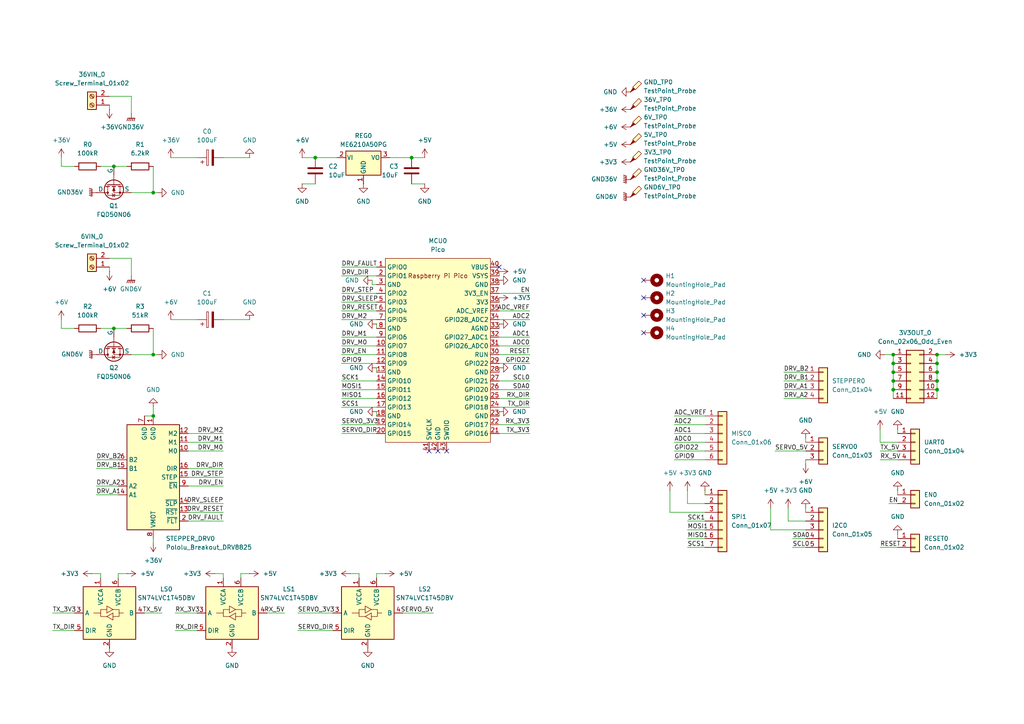
<source format=kicad_sch>
(kicad_sch (version 20231120) (generator "eeschema") (generator_version "8.0")
  (paper "A4")
  (junction (at 271.78 113.03))
  (junction (at 119.38 45.72))
  (junction (at 44.45 120.65))
  (junction (at 44.45 55.88))
  (junction (at 271.78 110.49))
  (junction (at 271.78 105.41))
  (junction (at 259.08 110.49))
  (junction (at 259.08 113.03))
  (junction (at 271.78 102.87))
  (junction (at 271.78 107.95))
  (junction (at 33.02 48.26))
  (junction (at 33.02 95.25))
  (junction (at 259.08 107.95))
  (junction (at 259.08 102.87))
  (junction (at 259.08 105.41))
  (junction (at 44.45 102.87))
  (junction (at 91.44 45.72))
  (no_connect (at 144.78 77.47))
  (no_connect (at 186.69 91.44))
  (no_connect (at 186.69 81.28))
  (no_connect (at 124.46 130.81))
  (no_connect (at 186.69 86.36))
  (no_connect (at 186.69 96.52))
  (no_connect (at 127 130.81))
  (no_connect (at 129.54 130.81))
  (wire (pts (xy 44.45 157.48) (xy 44.45 156.21)))
  (wire (pts (xy 255.27 133.35) (xy 260.35 133.35)))
  (wire (pts (xy 195.58 130.81) (xy 204.47 130.81)))
  (wire (pts (xy 144.78 97.79) (xy 153.67 97.79)))
  (wire (pts (xy 31.75 74.93) (xy 38.1 74.93)))
  (wire (pts (xy 227.33 107.95) (xy 233.68 107.95)))
  (wire (pts (xy 271.78 102.87) (xy 271.78 105.41)))
  (wire (pts (xy 31.75 78.74) (xy 31.75 77.47)))
  (wire (pts (xy 224.79 130.81) (xy 233.68 130.81)))
  (wire (pts (xy 41.91 177.8) (xy 46.99 177.8)))
  (wire (pts (xy 99.06 80.01) (xy 109.22 80.01)))
  (wire (pts (xy 62.23 166.37) (xy 64.77 166.37)))
  (wire (pts (xy 199.39 151.13) (xy 204.47 151.13)))
  (wire (pts (xy 41.91 120.65) (xy 44.45 120.65)))
  (wire (pts (xy 44.45 95.25) (xy 44.45 102.87)))
  (wire (pts (xy 109.22 119.38) (xy 109.22 120.65)))
  (wire (pts (xy 99.06 90.17) (xy 109.22 90.17)))
  (wire (pts (xy 199.39 158.75) (xy 204.47 158.75)))
  (wire (pts (xy 260.35 128.27) (xy 255.27 128.27)))
  (wire (pts (xy 45.72 55.88) (xy 44.45 55.88)))
  (wire (pts (xy 69.85 166.37) (xy 69.85 167.64)))
  (wire (pts (xy 99.06 100.33) (xy 109.22 100.33)))
  (wire (pts (xy 109.22 93.98) (xy 109.22 95.25)))
  (wire (pts (xy 54.61 135.89) (xy 64.77 135.89)))
  (wire (pts (xy 54.61 140.97) (xy 64.77 140.97)))
  (wire (pts (xy 64.77 166.37) (xy 64.77 167.64)))
  (wire (pts (xy 87.63 45.72) (xy 91.44 45.72)))
  (wire (pts (xy 72.39 45.72) (xy 64.77 45.72)))
  (wire (pts (xy 44.45 102.87) (xy 38.1 102.87)))
  (wire (pts (xy 27.94 135.89) (xy 34.29 135.89)))
  (wire (pts (xy 195.58 128.27) (xy 204.47 128.27)))
  (wire (pts (xy 31.75 31.75) (xy 31.75 30.48)))
  (wire (pts (xy 255.27 158.75) (xy 260.35 158.75)))
  (wire (pts (xy 27.94 133.35) (xy 34.29 133.35)))
  (wire (pts (xy 260.35 154.94) (xy 260.35 156.21)))
  (wire (pts (xy 77.47 177.8) (xy 82.55 177.8)))
  (wire (pts (xy 50.8 182.88) (xy 57.15 182.88)))
  (wire (pts (xy 27.94 143.51) (xy 34.29 143.51)))
  (wire (pts (xy 15.24 182.88) (xy 21.59 182.88)))
  (wire (pts (xy 99.06 85.09) (xy 109.22 85.09)))
  (wire (pts (xy 64.77 92.71) (xy 72.39 92.71)))
  (wire (pts (xy 29.21 48.26) (xy 33.02 48.26)))
  (wire (pts (xy 233.68 133.35) (xy 233.68 134.62)))
  (wire (pts (xy 257.81 146.05) (xy 260.35 146.05)))
  (wire (pts (xy 223.52 147.32) (xy 223.52 153.67)))
  (wire (pts (xy 101.6 166.37) (xy 104.14 166.37)))
  (wire (pts (xy 57.15 45.72) (xy 49.53 45.72)))
  (wire (pts (xy 99.06 97.79) (xy 109.22 97.79)))
  (wire (pts (xy 91.44 45.72) (xy 97.79 45.72)))
  (wire (pts (xy 227.33 115.57) (xy 233.68 115.57)))
  (wire (pts (xy 54.61 148.59) (xy 64.77 148.59)))
  (wire (pts (xy 54.61 125.73) (xy 64.77 125.73)))
  (wire (pts (xy 31.75 27.94) (xy 38.1 27.94)))
  (wire (pts (xy 259.08 110.49) (xy 259.08 113.03)))
  (wire (pts (xy 194.31 148.59) (xy 204.47 148.59)))
  (wire (pts (xy 259.08 102.87) (xy 259.08 105.41)))
  (wire (pts (xy 271.78 105.41) (xy 271.78 107.95)))
  (wire (pts (xy 99.06 92.71) (xy 109.22 92.71)))
  (wire (pts (xy 260.35 142.24) (xy 260.35 143.51)))
  (wire (pts (xy 228.6 151.13) (xy 233.68 151.13)))
  (wire (pts (xy 104.14 166.37) (xy 104.14 167.64)))
  (wire (pts (xy 109.22 106.68) (xy 109.22 107.95)))
  (wire (pts (xy 54.61 128.27) (xy 64.77 128.27)))
  (wire (pts (xy 229.87 156.21) (xy 233.68 156.21)))
  (wire (pts (xy 271.78 107.95) (xy 271.78 110.49)))
  (wire (pts (xy 271.78 113.03) (xy 271.78 115.57)))
  (wire (pts (xy 123.19 45.72) (xy 119.38 45.72)))
  (wire (pts (xy 144.78 90.17) (xy 153.67 90.17)))
  (wire (pts (xy 256.54 102.87) (xy 259.08 102.87)))
  (wire (pts (xy 144.78 118.11) (xy 153.67 118.11)))
  (wire (pts (xy 260.35 125.73) (xy 260.35 124.46)))
  (wire (pts (xy 144.78 105.41) (xy 153.67 105.41)))
  (wire (pts (xy 34.29 166.37) (xy 36.83 166.37)))
  (wire (pts (xy 271.78 102.87) (xy 274.32 102.87)))
  (wire (pts (xy 44.45 118.11) (xy 44.45 120.65)))
  (wire (pts (xy 36.83 48.26) (xy 33.02 48.26)))
  (wire (pts (xy 99.06 105.41) (xy 109.22 105.41)))
  (wire (pts (xy 54.61 146.05) (xy 64.77 146.05)))
  (wire (pts (xy 107.95 82.55) (xy 107.95 81.28)))
  (wire (pts (xy 99.06 102.87) (xy 109.22 102.87)))
  (wire (pts (xy 227.33 113.03) (xy 233.68 113.03)))
  (wire (pts (xy 17.78 92.71) (xy 17.78 95.25)))
  (wire (pts (xy 195.58 120.65) (xy 204.47 120.65)))
  (wire (pts (xy 99.06 118.11) (xy 109.22 118.11)))
  (wire (pts (xy 116.84 177.8) (xy 125.73 177.8)))
  (wire (pts (xy 44.45 55.88) (xy 38.1 55.88)))
  (wire (pts (xy 199.39 146.05) (xy 204.47 146.05)))
  (wire (pts (xy 199.39 142.24) (xy 199.39 146.05)))
  (wire (pts (xy 259.08 113.03) (xy 259.08 115.57)))
  (wire (pts (xy 99.06 115.57) (xy 109.22 115.57)))
  (wire (pts (xy 119.38 45.72) (xy 113.03 45.72)))
  (wire (pts (xy 54.61 138.43) (xy 64.77 138.43)))
  (wire (pts (xy 227.33 110.49) (xy 233.68 110.49)))
  (wire (pts (xy 99.06 125.73) (xy 109.22 125.73)))
  (wire (pts (xy 26.67 166.37) (xy 29.21 166.37)))
  (wire (pts (xy 109.22 166.37) (xy 109.22 167.64)))
  (wire (pts (xy 195.58 125.73) (xy 204.47 125.73)))
  (wire (pts (xy 195.58 123.19) (xy 204.47 123.19)))
  (wire (pts (xy 17.78 48.26) (xy 21.59 48.26)))
  (wire (pts (xy 17.78 45.72) (xy 17.78 48.26)))
  (wire (pts (xy 87.63 53.34) (xy 91.44 53.34)))
  (wire (pts (xy 204.47 143.51) (xy 204.47 142.24)))
  (wire (pts (xy 144.78 125.73) (xy 153.67 125.73)))
  (wire (pts (xy 233.68 147.32) (xy 233.68 148.59)))
  (wire (pts (xy 228.6 147.32) (xy 228.6 151.13)))
  (wire (pts (xy 259.08 105.41) (xy 259.08 107.95)))
  (wire (pts (xy 199.39 153.67) (xy 204.47 153.67)))
  (wire (pts (xy 144.78 110.49) (xy 153.67 110.49)))
  (wire (pts (xy 29.21 95.25) (xy 33.02 95.25)))
  (wire (pts (xy 99.06 110.49) (xy 109.22 110.49)))
  (wire (pts (xy 255.27 130.81) (xy 260.35 130.81)))
  (wire (pts (xy 44.45 48.26) (xy 44.45 55.88)))
  (wire (pts (xy 99.06 113.03) (xy 109.22 113.03)))
  (wire (pts (xy 144.78 106.68) (xy 144.78 107.95)))
  (wire (pts (xy 38.1 74.93) (xy 38.1 80.01)))
  (wire (pts (xy 144.78 85.09) (xy 153.67 85.09)))
  (wire (pts (xy 15.24 177.8) (xy 21.59 177.8)))
  (wire (pts (xy 144.78 102.87) (xy 153.67 102.87)))
  (wire (pts (xy 194.31 142.24) (xy 194.31 148.59)))
  (wire (pts (xy 99.06 87.63) (xy 109.22 87.63)))
  (wire (pts (xy 99.06 123.19) (xy 109.22 123.19)))
  (wire (pts (xy 144.78 119.38) (xy 144.78 120.65)))
  (wire (pts (xy 27.94 140.97) (xy 34.29 140.97)))
  (wire (pts (xy 69.85 166.37) (xy 72.39 166.37)))
  (wire (pts (xy 144.78 100.33) (xy 153.67 100.33)))
  (wire (pts (xy 107.95 82.55) (xy 109.22 82.55)))
  (wire (pts (xy 255.27 128.27) (xy 255.27 124.46)))
  (wire (pts (xy 38.1 27.94) (xy 38.1 33.02)))
  (wire (pts (xy 86.36 182.88) (xy 96.52 182.88)))
  (wire (pts (xy 54.61 130.81) (xy 64.77 130.81)))
  (wire (pts (xy 229.87 158.75) (xy 233.68 158.75)))
  (wire (pts (xy 144.78 78.74) (xy 144.78 80.01)))
  (wire (pts (xy 144.78 123.19) (xy 153.67 123.19)))
  (wire (pts (xy 99.06 77.47) (xy 109.22 77.47)))
  (wire (pts (xy 86.36 177.8) (xy 96.52 177.8)))
  (wire (pts (xy 144.78 81.28) (xy 144.78 82.55)))
  (wire (pts (xy 271.78 110.49) (xy 271.78 113.03)))
  (wire (pts (xy 109.22 166.37) (xy 111.76 166.37)))
  (wire (pts (xy 144.78 93.98) (xy 144.78 95.25)))
  (wire (pts (xy 144.78 86.36) (xy 144.78 87.63)))
  (wire (pts (xy 233.68 127) (xy 233.68 128.27)))
  (wire (pts (xy 50.8 177.8) (xy 57.15 177.8)))
  (wire (pts (xy 29.21 166.37) (xy 29.21 167.64)))
  (wire (pts (xy 54.61 151.13) (xy 64.77 151.13)))
  (wire (pts (xy 199.39 156.21) (xy 204.47 156.21)))
  (wire (pts (xy 45.72 102.87) (xy 44.45 102.87)))
  (wire (pts (xy 144.78 113.03) (xy 153.67 113.03)))
  (wire (pts (xy 49.53 92.71) (xy 57.15 92.71)))
  (wire (pts (xy 144.78 115.57) (xy 153.67 115.57)))
  (wire (pts (xy 123.19 53.34) (xy 119.38 53.34)))
  (wire (pts (xy 17.78 95.25) (xy 21.59 95.25)))
  (wire (pts (xy 144.78 92.71) (xy 153.67 92.71)))
  (wire (pts (xy 36.83 95.25) (xy 33.02 95.25)))
  (wire (pts (xy 233.68 153.67) (xy 223.52 153.67)))
  (wire (pts (xy 195.58 133.35) (xy 204.47 133.35)))
  (wire (pts (xy 34.29 166.37) (xy 34.29 167.64)))
  (wire (pts (xy 259.08 107.95) (xy 259.08 110.49)))
  (label "DRV_RESET" (at 64.77 148.59 180))
  (label "TX_DIR" (at 15.24 182.88 0))
  (label "EN" (at 153.67 85.09 180))
  (label "GPIO9" (at 99.06 105.41 0))
  (label "DRV_M0" (at 64.77 130.81 180))
  (label "RESET" (at 153.67 102.87 180))
  (label "DRV_M0" (at 99.06 100.33 0))
  (label "TX_5V" (at 46.99 177.8 180))
  (label "EN" (at 257.81 146.05 0))
  (label "DRV_A2" (at 227.33 115.57 0))
  (label "SERVO_DIR" (at 86.36 182.88 0))
  (label "ADC2" (at 195.58 123.19 0))
  (label "RX_DIR" (at 50.8 182.88 0))
  (label "DRV_DIR" (at 64.77 135.89 180))
  (label "SDA0" (at 153.67 113.03 180))
  (label "TX_3V3" (at 153.67 125.73 180))
  (label "RX_DIR" (at 153.67 115.57 180))
  (label "DRV_M2" (at 99.06 92.71 0))
  (label "RX_5V" (at 82.55 177.8 180))
  (label "DRV_A1" (at 227.33 113.03 0))
  (label "DRV_A2" (at 27.94 140.97 0))
  (label "RX_5V" (at 255.27 133.35 0))
  (label "TX_5V" (at 255.27 130.81 0))
  (label "DRV_DIR" (at 99.06 80.01 0))
  (label "DRV_STEP" (at 99.06 85.09 0))
  (label "TX_3V3" (at 15.24 177.8 0))
  (label "MISO1" (at 99.06 115.57 0))
  (label "GPIO22" (at 195.58 130.81 0))
  (label "SCL0" (at 153.67 110.49 180))
  (label "DRV_A1" (at 27.94 143.51 0))
  (label "SERVO_3V3" (at 99.06 123.19 0))
  (label "SCK1" (at 99.06 110.49 0))
  (label "MOSI1" (at 99.06 113.03 0))
  (label "SERVO_5V" (at 125.73 177.8 180))
  (label "MOSI1" (at 199.39 153.67 0))
  (label "SERVO_3V3" (at 86.36 177.8 0))
  (label "DRV_B1" (at 27.94 135.89 0))
  (label "DRV_RESET" (at 99.06 90.17 0))
  (label "ADC1" (at 195.58 125.73 0))
  (label "DRV_SLEEP" (at 99.06 87.63 0))
  (label "DRV_EN" (at 64.77 140.97 180))
  (label "ADC0" (at 195.58 128.27 0))
  (label "ADC_VREF" (at 195.58 120.65 0))
  (label "RX_3V3" (at 153.67 123.19 180))
  (label "ADC0" (at 153.67 100.33 180))
  (label "RESET" (at 255.27 158.75 0))
  (label "TX_DIR" (at 153.67 118.11 180))
  (label "DRV_FAULT" (at 99.06 77.47 0))
  (label "MISO1" (at 199.39 156.21 0))
  (label "ADC1" (at 153.67 97.79 180))
  (label "SDA0" (at 229.87 156.21 0))
  (label "DRV_B1" (at 227.33 110.49 0))
  (label "ADC_VREF" (at 153.67 90.17 180))
  (label "SERVO_5V" (at 224.79 130.81 0))
  (label "DRV_M1" (at 99.06 97.79 0))
  (label "SCS1" (at 199.39 158.75 0))
  (label "DRV_STEP" (at 64.77 138.43 180))
  (label "DRV_FAULT" (at 64.77 151.13 180))
  (label "GPIO22" (at 153.67 105.41 180))
  (label "SCK1" (at 199.39 151.13 0))
  (label "GPIO9" (at 195.58 133.35 0))
  (label "SCL0" (at 229.87 158.75 0))
  (label "ADC2" (at 153.67 92.71 180))
  (label "DRV_B2" (at 227.33 107.95 0))
  (label "SCS1" (at 99.06 118.11 0))
  (label "DRV_EN" (at 99.06 102.87 0))
  (label "DRV_M1" (at 64.77 128.27 180))
  (label "DRV_B2" (at 27.94 133.35 0))
  (label "DRV_SLEEP" (at 64.77 146.05 180))
  (label "DRV_M2" (at 64.77 125.73 180))
  (label "SERVO_DIR" (at 99.06 125.73 0))
  (label "RX_3V3" (at 50.8 177.8 0))
  (symbol (lib_id "power:+3V3") (at 182.88 46.99 90) (unit 1)
    (property "Reference" "#PWR059" (effects (hide yes)))
    (property "Value" "+3V3" (at 179.07 46.9899 90) (effects (justify left)))
    (property "Description" "Power symbol creates a global label with name \"+3V3\"" (effects (hide yes)))
  )
  (symbol (lib_id "Logic_LevelTranslator:SN74LVC1T45DBV") (at 67.31 177.8 0) (unit 1)
    (property "Reference" "LS1" (at 83.82 170.8655 0))
    (property "Value" "SN74LVC1T45DBV" (at 83.82 173.4055 0))
    (property "Footprint" "Package_TO_SOT_SMD:SOT-23-6" (effects (hide yes)))
    (property "Datasheet" "http://www.ti.com/lit/ds/symlink/sn74lvc1t45.pdf" (effects (hide yes)))
    (property "Description" "Single-Bit Dual-Supply Bus Transceiver With Configurable Voltage Translation and 3-State Outputs, SOT-23-6" (effects (hide yes)))
  )
  (symbol (lib_id "power:+36V") (at 31.75 31.75 180) (unit 1)
    (property "Reference" "#PWR020" (effects (hide yes)))
    (property "Value" "+36V" (at 31.75 36.83 0))
    (property "Description" "Power symbol creates a global label with name \"+36V\"" (effects (hide yes)))
  )
  (symbol (lib_id "Connector:TestPoint_Probe") (at 182.88 46.99 0) (unit 1)
    (property "Reference" "3V3_TP0" (at 186.69 44.1324 0) (effects (justify left)))
    (property "Value" "TestPoint_Probe" (at 186.69 46.6724 0) (effects (justify left)))
    (property "Footprint" "TestPoint:TestPoint_THTPad_D1.5mm_Drill0.7mm" (effects (hide yes)))
    (property "Description" "test point (alternative probe-style design)" (effects (hide yes)))
  )
  (symbol (lib_id "power:GND") (at 44.45 118.11 180) (unit 1)
    (property "Reference" "#PWR01" (effects (hide yes)))
    (property "Value" "GND" (at 44.45 113.03 0))
    (property "Description" "Power symbol creates a global label with name \"GND\" , ground" (effects (hide yes)))
  )
  (symbol (lib_id "power:GND") (at 144.78 93.98 90) (mirror x) (unit 1)
    (property "Reference" "#PWR037" (effects (hide yes)))
    (property "Value" "GND" (at 148.59 93.9799 90) (effects (justify right)))
    (property "Description" "Power symbol creates a global label with name \"GND\" , ground" (effects (hide yes)))
  )
  (symbol (lib_id "Simulation_SPICE:NMOS") (at 33.02 100.33 90) (mirror x) (unit 1)
    (property "Reference" "Q2" (at 33.02 106.68 90))
    (property "Value" "FQD50N06" (at 33.02 109.22 90))
    (property "Footprint" "Package_TO_SOT_SMD:TO-252-2" (effects (hide yes)))
    (property "Datasheet" "https://www.sunrom.com/download/860.pdf" (effects (hide yes)))
    (property "Description" "N-MOSFET transistor, drain/source/gate" (effects (hide yes)))
    (property "Sim.Device" "NMOS" (effects (hide yes)))
    (property "Sim.Type" "VDMOS" (effects (hide yes)))
    (property "Sim.Pins" "1=D 2=G 3=S" (effects (hide yes)))
  )
  (symbol (lib_id "power:GND") (at 109.22 106.68 270) (unit 1)
    (property "Reference" "#PWR032" (effects (hide yes)))
    (property "Value" "GND" (at 105.41 106.6799 90) (effects (justify right)))
    (property "Description" "Power symbol creates a global label with name \"GND\" , ground" (effects (hide yes)))
  )
  (symbol (lib_id "power:GND") (at 87.63 53.34 0) (unit 1)
    (property "Reference" "#PWR040" (effects (hide yes)))
    (property "Value" "GND" (at 87.63 58.42 0))
    (property "Description" "Power symbol creates a global label with name \"GND\" , ground" (effects (hide yes)))
  )
  (symbol (lib_id "power:GND") (at 105.41 53.34 0) (unit 1)
    (property "Reference" "#PWR038" (effects (hide yes)))
    (property "Value" "GND" (at 105.41 58.42 0))
    (property "Description" "Power symbol creates a global label with name \"GND\" , ground" (effects (hide yes)))
  )
  (symbol (lib_id "Mechanical:MountingHole_Pad") (at 189.23 81.28 270) (unit 1) (exclude_from_sim yes) (in_bom no)
    (property "Reference" "H1" (at 193.04 80.0099 90) (effects (justify left)))
    (property "Value" "MountingHole_Pad" (at 193.04 82.5499 90) (effects (justify left)))
    (property "Footprint" "MountingHole:MountingHole_3.2mm_M3_Pad_Via" (effects (hide yes)))
    (property "Description" "Mounting Hole with connection" (effects (hide yes)))
  )
  (symbol (lib_id "power:GNDPWR") (at 38.1 33.02 0) (unit 1)
    (property "Reference" "#PWR019" (effects (hide yes)))
    (property "Value" "GND36V" (at 37.973 36.83 0))
    (property "Description" "Power symbol creates a global label with name \"GNDPWR\" , global ground" (effects (hide yes)))
  )
  (symbol (lib_id "Connector:TestPoint_Probe") (at 182.88 36.83 0) (unit 1)
    (property "Reference" "6V_TP0" (at 186.69 33.9724 0) (effects (justify left)))
    (property "Value" "TestPoint_Probe" (at 186.69 36.5124 0) (effects (justify left)))
    (property "Footprint" "TestPoint:TestPoint_THTPad_D1.5mm_Drill0.7mm" (effects (hide yes)))
    (property "Description" "test point (alternative probe-style design)" (effects (hide yes)))
  )
  (symbol (lib_id "power:GNDPWR") (at 38.1 80.01 0) (unit 1)
    (property "Reference" "#PWR023" (effects (hide yes)))
    (property "Value" "GND6V" (at 37.973 83.82 0))
    (property "Description" "Power symbol creates a global label with name \"GNDPWR\" , global ground" (effects (hide yes)))
  )
  (symbol (lib_id "power:+6V") (at 17.78 92.71 0) (unit 1)
    (property "Reference" "#PWR021" (effects (hide yes)))
    (property "Value" "+6V" (at 17.78 87.63 0))
    (property "Description" "Power symbol creates a global label with name \"+6V\"" (effects (hide yes)))
  )
  (symbol (lib_id "Driver_Motor:Pololu_Breakout_DRV8825") (at 44.45 140.97 180) (unit 1)
    (property "Reference" "STEPPER_DRV0" (at 48.0824 156.21 0) (effects (justify right)))
    (property "Value" "Pololu_Breakout_DRV8825" (at 48.0824 158.75 0) (effects (justify right)))
    (property "Footprint" "Module:Pololu_Breakout-16_15.2x20.3mm" (effects (hide yes)))
    (property "Datasheet" "https://www.pololu.com/product/2982" (effects (hide yes)))
    (property "Description" "Pololu Breakout Board, Stepper Driver DRV8825" (effects (hide yes)))
  )
  (symbol (lib_id "power:+36V") (at 49.53 45.72 0) (unit 1)
    (property "Reference" "#PWR026" (effects (hide yes)))
    (property "Value" "+36V" (at 49.53 40.64 0))
    (property "Description" "Power symbol creates a global label with name \"+36V\"" (effects (hide yes)))
  )
  (symbol (lib_id "power:+3V3") (at 274.32 102.87 270) (unit 1)
    (property "Reference" "#PWR054" (effects (hide yes)))
    (property "Value" "+3V3" (at 278.13 102.8699 90) (effects (justify left)))
    (property "Description" "Power symbol creates a global label with name \"+3V3\"" (effects (hide yes)))
  )
  (symbol (lib_id "power:+3V3") (at 199.39 142.24 0) (unit 1)
    (property "Reference" "#PWR046" (effects (hide yes)))
    (property "Value" "+3V3" (at 199.39 137.16 0))
    (property "Description" "Power symbol creates a global label with name \"+3V3\"" (effects (hide yes)))
  )
  (symbol (lib_id "power:+3.3V") (at 101.6 166.37 90) (unit 1)
    (property "Reference" "#PWR013" (effects (hide yes)))
    (property "Value" "+3V3" (at 97.79 166.3699 90) (effects (justify left)))
    (property "Description" "Power symbol creates a global label with name \"+3.3V\"" (effects (hide yes)))
  )
  (symbol (lib_id "power:GND") (at 260.35 124.46 180) (unit 1)
    (property "Reference" "#PWR04" (effects (hide yes)))
    (property "Value" "GND" (at 260.35 119.38 0))
    (property "Description" "Power symbol creates a global label with name \"GND\" , ground" (effects (hide yes)))
  )
  (symbol (lib_id "Logic_LevelTranslator:SN74LVC1T45DBV") (at 31.75 177.8 0) (unit 1)
    (property "Reference" "LS0" (at 48.26 170.8655 0))
    (property "Value" "SN74LVC1T45DBV" (at 48.26 173.4055 0))
    (property "Footprint" "Package_TO_SOT_SMD:SOT-23-6" (effects (hide yes)))
    (property "Datasheet" "http://www.ti.com/lit/ds/symlink/sn74lvc1t45.pdf" (effects (hide yes)))
    (property "Description" "Single-Bit Dual-Supply Bus Transceiver With Configurable Voltage Translation and 3-State Outputs, SOT-23-6" (effects (hide yes)))
  )
  (symbol (lib_id "Device:R") (at 40.64 95.25 90) (unit 1)
    (property "Reference" "R3" (at 40.64 88.9 90))
    (property "Value" "51kR" (at 40.64 91.44 90))
    (property "Footprint" "Resistor_SMD:R_1206_3216Metric_Pad1.30x1.75mm_HandSolder" (effects (hide yes)))
    (property "Description" "Resistor" (effects (hide yes)))
  )
  (symbol (lib_id "power:GND") (at 67.31 187.96 0) (unit 1)
    (property "Reference" "#PWR07" (effects (hide yes)))
    (property "Value" "GND" (at 67.31 193.04 0))
    (property "Description" "Power symbol creates a global label with name \"GND\" , ground" (effects (hide yes)))
  )
  (symbol (lib_id "power:GND") (at 144.78 106.68 90) (unit 1)
    (property "Reference" "#PWR035" (effects (hide yes)))
    (property "Value" "GND" (at 148.59 106.6801 90) (effects (justify right)))
    (property "Description" "Power symbol creates a global label with name \"GND\" , ground" (effects (hide yes)))
  )
  (symbol (lib_id "power:GND") (at 144.78 119.38 90) (unit 1)
    (property "Reference" "#PWR034" (effects (hide yes)))
    (property "Value" "GND" (at 148.59 119.3801 90) (effects (justify right)))
    (property "Description" "Power symbol creates a global label with name \"GND\" , ground" (effects (hide yes)))
  )
  (symbol (lib_id "power:+3V3") (at 228.6 147.32 0) (unit 1)
    (property "Reference" "#PWR049" (effects (hide yes)))
    (property "Value" "+3V3" (at 228.6 142.24 0))
    (property "Description" "Power symbol creates a global label with name \"+3V3\"" (effects (hide yes)))
  )
  (symbol (lib_id "Connector_Generic:Conn_01x05") (at 238.76 153.67 0) (unit 1)
    (property "Reference" "I2C0" (at 241.3 152.3999 0) (effects (justify left)))
    (property "Value" "Conn_01x05" (at 241.3 154.9399 0) (effects (justify left)))
    (property "Footprint" "Connector_JST:JST_XH_B5B-XH-A_1x05_P2.50mm_Vertical" (effects (hide yes)))
    (property "Description" "Generic connector, single row, 01x05, script generated (kicad-library-utils/schlib/autogen/connector/)" (effects (hide yes)))
  )
  (symbol (lib_id "power:GND") (at 144.78 81.28 90) (mirror x) (unit 1)
    (property "Reference" "#PWR036" (effects (hide yes)))
    (property "Value" "GND" (at 148.59 81.2799 90) (effects (justify right)))
    (property "Description" "Power symbol creates a global label with name \"GND\" , ground" (effects (hide yes)))
  )
  (symbol (lib_id "Simulation_SPICE:NMOS") (at 33.02 53.34 90) (mirror x) (unit 1)
    (property "Reference" "Q1" (at 33.02 59.69 90))
    (property "Value" "FQD50N06" (at 33.02 62.23 90))
    (property "Footprint" "Package_TO_SOT_SMD:TO-252-2" (effects (hide yes)))
    (property "Datasheet" "https://www.sunrom.com/download/860.pdf" (effects (hide yes)))
    (property "Description" "N-MOSFET transistor, drain/source/gate" (effects (hide yes)))
    (property "Sim.Device" "NMOS" (effects (hide yes)))
    (property "Sim.Type" "VDMOS" (effects (hide yes)))
    (property "Sim.Pins" "1=D 2=G 3=S" (effects (hide yes)))
  )
  (symbol (lib_id "power:+36V") (at 44.45 157.48 180) (unit 1)
    (property "Reference" "#PWR02" (effects (hide yes)))
    (property "Value" "+36V" (at 44.45 162.56 0))
    (property "Description" "Power symbol creates a global label with name \"+36V\"" (effects (hide yes)))
  )
  (symbol (lib_id "power:+6V") (at 87.63 45.72 0) (unit 1)
    (property "Reference" "#PWR039" (effects (hide yes)))
    (property "Value" "+6V" (at 87.63 40.64 0))
    (property "Description" "Power symbol creates a global label with name \"+6V\"" (effects (hide yes)))
  )
  (symbol (lib_id "power:GND") (at 31.75 187.96 0) (unit 1)
    (property "Reference" "#PWR09" (effects (hide yes)))
    (property "Value" "GND" (at 31.75 193.04 0))
    (property "Description" "Power symbol creates a global label with name \"GND\" , ground" (effects (hide yes)))
  )
  (symbol (lib_id "power:+5V") (at 182.88 41.91 90) (unit 1)
    (property "Reference" "#PWR058" (effects (hide yes)))
    (property "Value" "+5V" (at 179.07 41.9099 90) (effects (justify left)))
    (property "Description" "Power symbol creates a global label with name \"+5V\"" (effects (hide yes)))
  )
  (symbol (lib_id "power:GND") (at 123.19 53.34 0) (mirror y) (unit 1)
    (property "Reference" "#PWR042" (effects (hide yes)))
    (property "Value" "GND" (at 123.19 58.42 0))
    (property "Description" "Power symbol creates a global label with name \"GND\" , ground" (effects (hide yes)))
  )
  (symbol (lib_id "Device:R") (at 25.4 48.26 90) (unit 1)
    (property "Reference" "R0" (at 25.4 41.91 90))
    (property "Value" "100kR" (at 25.4 44.45 90))
    (property "Footprint" "Resistor_SMD:R_1206_3216Metric_Pad1.30x1.75mm_HandSolder" (effects (hide yes)))
    (property "Description" "Resistor" (effects (hide yes)))
  )
  (symbol (lib_id "power:GND") (at 256.54 102.87 270) (unit 1)
    (property "Reference" "#PWR053" (effects (hide yes)))
    (property "Value" "GND" (at 252.73 102.8699 90) (effects (justify right)))
    (property "Description" "Power symbol creates a global label with name \"GND\" , ground" (effects (hide yes)))
  )
  (symbol (lib_id "Connector_Generic:Conn_01x02") (at 265.43 143.51 0) (unit 1)
    (property "Reference" "EN0" (at 267.97 143.5099 0) (effects (justify left)))
    (property "Value" "Conn_01x02" (at 267.97 146.0499 0) (effects (justify left)))
    (property "Footprint" "Connector_JST:JST_XH_B2B-XH-A_1x02_P2.50mm_Vertical" (effects (hide yes)))
    (property "Description" "Generic connector, single row, 01x02, script generated (kicad-library-utils/schlib/autogen/connector/)" (effects (hide yes)))
  )
  (symbol (lib_id "power:+5V") (at 72.39 166.37 270) (unit 1)
    (property "Reference" "#PWR06" (effects (hide yes)))
    (property "Value" "+5V" (at 76.2 166.3699 90) (effects (justify left)))
    (property "Description" "Power symbol creates a global label with name \"+5V\"" (effects (hide yes)))
  )
  (symbol (lib_id "power:+3.3V") (at 62.23 166.37 90) (unit 1)
    (property "Reference" "#PWR05" (effects (hide yes)))
    (property "Value" "+3V3" (at 58.42 166.3699 90) (effects (justify left)))
    (property "Description" "Power symbol creates a global label with name \"+3.3V\"" (effects (hide yes)))
  )
  (symbol (lib_id "power:+5V") (at 111.76 166.37 270) (unit 1)
    (property "Reference" "#PWR015" (effects (hide yes)))
    (property "Value" "+5V" (at 115.57 166.3699 90) (effects (justify left)))
    (property "Description" "Power symbol creates a global label with name \"+5V\"" (effects (hide yes)))
  )
  (symbol (lib_id "power:GND") (at 204.47 142.24 180) (unit 1)
    (property "Reference" "#PWR045" (effects (hide yes)))
    (property "Value" "GND" (at 204.47 137.16 0))
    (property "Description" "Power symbol creates a global label with name \"GND\" , ground" (effects (hide yes)))
  )
  (symbol (lib_id "power:+3V3") (at 223.52 147.32 0) (unit 1)
    (property "Reference" "#PWR048" (effects (hide yes)))
    (property "Value" "+5V" (at 223.52 142.24 0))
    (property "Description" "Power symbol creates a global label with name \"+3V3\"" (effects (hide yes)))
  )
  (symbol (lib_id "power:+6V") (at 182.88 36.83 90) (unit 1)
    (property "Reference" "#PWR057" (effects (hide yes)))
    (property "Value" "+6V" (at 179.07 36.8299 90) (effects (justify left)))
    (property "Description" "Power symbol creates a global label with name \"+6V\"" (effects (hide yes)))
  )
  (symbol (lib_id "Device:C") (at 91.44 49.53 0) (unit 1)
    (property "Reference" "C2" (at 95.25 48.2599 0) (effects (justify left)))
    (property "Value" "10uF" (at 95.25 50.7999 0) (effects (justify left)))
    (property "Footprint" "Capacitor_SMD:C_1206_3216Metric_Pad1.33x1.80mm_HandSolder" (effects (hide yes)))
    (property "Description" "Unpolarized capacitor" (effects (hide yes)))
  )
  (symbol (lib_id "Device:R") (at 40.64 48.26 90) (unit 1)
    (property "Reference" "R1" (at 40.64 41.91 90))
    (property "Value" "6.2kR" (at 40.64 44.45 90))
    (property "Footprint" "Resistor_SMD:R_1206_3216Metric_Pad1.30x1.75mm_HandSolder" (effects (hide yes)))
    (property "Description" "Resistor" (effects (hide yes)))
  )
  (symbol (lib_id "power:+3V3") (at 194.31 142.24 0) (unit 1)
    (property "Reference" "#PWR047" (effects (hide yes)))
    (property "Value" "+5V" (at 194.31 137.16 0))
    (property "Description" "Power symbol creates a global label with name \"+3V3\"" (effects (hide yes)))
  )
  (symbol (lib_id "Connector:Screw_Terminal_01x02") (at 26.67 77.47 180) (unit 1)
    (property "Reference" "6VIN_0" (at 26.67 68.58 0))
    (property "Value" "Screw_Terminal_01x02" (at 26.67 71.12 0))
    (property "Footprint" "TerminalBlock_Phoenix:TerminalBlock_Phoenix_MKDS-1,5-2_1x02_P5.00mm_Horizontal" (effects (hide yes)))
    (property "Description" "Generic screw terminal, single row, 01x02, script generated (kicad-library-utils/schlib/autogen/connector/)" (effects (hide yes)))
  )
  (symbol (lib_id "Connector:TestPoint_Probe") (at 182.88 52.07 0) (unit 1)
    (property "Reference" "GND36V_TP0" (at 186.69 49.2124 0) (effects (justify left)))
    (property "Value" "TestPoint_Probe" (at 186.69 51.7524 0) (effects (justify left)))
    (property "Footprint" "TestPoint:TestPoint_THTPad_D1.5mm_Drill0.7mm" (effects (hide yes)))
    (property "Description" "test point (alternative probe-style design)" (effects (hide yes)))
  )
  (symbol (lib_id "power:GND") (at 109.22 119.38 270) (unit 1)
    (property "Reference" "#PWR033" (effects (hide yes)))
    (property "Value" "GND" (at 105.41 119.3799 90) (effects (justify right)))
    (property "Description" "Power symbol creates a global label with name \"GND\" , ground" (effects (hide yes)))
  )
  (symbol (lib_id "MCU_RaspberryPi_and_Boards:Pico") (at 127 101.6 0) (unit 1)
    (property "Reference" "MCU0" (at 127 69.85 0))
    (property "Value" "Pico" (at 127 72.39 0))
    (property "Footprint" "RP-Pico Libraries:RPi_Pico_SMD_TH" (effects (hide yes)))
  )
  (symbol (lib_id "Device:C_Polarized") (at 60.96 92.71 90) (unit 1)
    (property "Reference" "C1" (at 60.071 85.09 90))
    (property "Value" "100uF" (at 60.071 87.63 90))
    (property "Footprint" "Capacitor_SMD:CP_Elec_8x10" (effects (hide yes)))
    (property "Description" "Polarized capacitor" (effects (hide yes)))
  )
  (symbol (lib_id "power:GND") (at 107.95 81.28 270) (unit 1)
    (property "Reference" "#PWR030" (effects (hide yes)))
    (property "Value" "GND" (at 104.14 81.2799 90) (effects (justify right)))
    (property "Description" "Power symbol creates a global label with name \"GND\" , ground" (effects (hide yes)))
  )
  (symbol (lib_id "Connector_Generic:Conn_01x07") (at 209.55 151.13 0) (unit 1)
    (property "Reference" "SPI1" (at 212.09 149.8599 0) (effects (justify left)))
    (property "Value" "Conn_01x07" (at 212.09 152.3999 0) (effects (justify left)))
    (property "Footprint" "Connector_JST:JST_XH_B7B-XH-A_1x07_P2.50mm_Vertical" (effects (hide yes)))
    (property "Description" "Generic connector, single row, 01x07, script generated (kicad-library-utils/schlib/autogen/connector/)" (effects (hide yes)))
  )
  (symbol (lib_id "Connector_Generic:Conn_01x06") (at 209.55 125.73 0) (unit 1)
    (property "Reference" "MISC0" (at 212.09 125.7299 0) (effects (justify left)))
    (property "Value" "Conn_01x06" (at 212.09 128.2699 0) (effects (justify left)))
    (property "Footprint" "Connector_PinHeader_2.54mm:PinHeader_1x06_P2.54mm_Vertical" (effects (hide yes)))
    (property "Description" "Generic connector, single row, 01x06, script generated (kicad-library-utils/schlib/autogen/connector/)" (effects (hide yes)))
  )
  (symbol (lib_id "Mechanical:MountingHole_Pad") (at 189.23 96.52 270) (unit 1) (exclude_from_sim yes) (in_bom no)
    (property "Reference" "H4" (at 193.04 95.2499 90) (effects (justify left)))
    (property "Value" "MountingHole_Pad" (at 193.04 97.7899 90) (effects (justify left)))
    (property "Footprint" "MountingHole:MountingHole_3.2mm_M3_Pad_Via" (effects (hide yes)))
    (property "Description" "Mounting Hole with connection" (effects (hide yes)))
  )
  (symbol (lib_id "Connector_Generic:Conn_01x02") (at 265.43 156.21 0) (unit 1)
    (property "Reference" "RESET0" (at 267.97 156.2099 0) (effects (justify left)))
    (property "Value" "Conn_01x02" (at 267.97 158.7499 0) (effects (justify left)))
    (property "Footprint" "Connector_JST:JST_XH_B2B-XH-A_1x02_P2.50mm_Vertical" (effects (hide yes)))
    (property "Description" "Generic connector, single row, 01x02, script generated (kicad-library-utils/schlib/autogen/connector/)" (effects (hide yes)))
  )
  (symbol (lib_id "power:+6V") (at 31.75 78.74 180) (unit 1)
    (property "Reference" "#PWR024" (effects (hide yes)))
    (property "Value" "+6V" (at 31.75 83.82 0))
    (property "Description" "Power symbol creates a global label with name \"+6V\"" (effects (hide yes)))
  )
  (symbol (lib_id "power:GND") (at 260.35 142.24 180) (unit 1)
    (property "Reference" "#PWR052" (effects (hide yes)))
    (property "Value" "GND" (at 260.35 137.16 0))
    (property "Description" "Power symbol creates a global label with name \"GND\" , ground" (effects (hide yes)))
  )
  (symbol (lib_id "Connector:Screw_Terminal_01x02") (at 26.67 30.48 180) (unit 1)
    (property "Reference" "36VIN_0" (at 26.67 21.59 0))
    (property "Value" "Screw_Terminal_01x02" (at 26.67 24.13 0))
    (property "Footprint" "TerminalBlock_Phoenix:TerminalBlock_Phoenix_MKDS-1,5-2_1x02_P5.00mm_Horizontal" (effects (hide yes)))
    (property "Description" "Generic screw terminal, single row, 01x02, script generated (kicad-library-utils/schlib/autogen/connector/)" (effects (hide yes)))
  )
  (symbol (lib_id "Logic_LevelTranslator:SN74LVC1T45DBV") (at 106.68 177.8 0) (unit 1)
    (property "Reference" "LS2" (at 123.19 170.8655 0))
    (property "Value" "SN74LVC1T45DBV" (at 123.19 173.4055 0))
    (property "Footprint" "Package_TO_SOT_SMD:SOT-23-6" (effects (hide yes)))
    (property "Datasheet" "http://www.ti.com/lit/ds/symlink/sn74lvc1t45.pdf" (effects (hide yes)))
    (property "Description" "Single-Bit Dual-Supply Bus Transceiver With Configurable Voltage Translation and 3-State Outputs, SOT-23-6" (effects (hide yes)))
  )
  (symbol (lib_id "Connector_Generic:Conn_02x06_Odd_Even") (at 264.16 107.95 0) (unit 1)
    (property "Reference" "3V3OUT_0" (at 265.43 96.52 0))
    (property "Value" "Conn_02x06_Odd_Even" (at 265.43 99.06 0))
    (property "Footprint" "Connector_PinHeader_2.54mm:PinHeader_2x06_P2.54mm_Vertical" (effects (hide yes)))
    (property "Description" "Generic connector, double row, 02x06, odd/even pin numbering scheme (row 1 odd numbers, row 2 even numbers), script generated (kicad-library-utils/schlib/autogen/connector/)" (effects (hide yes)))
  )
  (symbol (lib_id "power:GNDPWR") (at 27.94 55.88 270) (unit 1)
    (property "Reference" "#PWR016" (effects (hide yes)))
    (property "Value" "GND36V" (at 24.13 55.7529 90) (effects (justify right)))
    (property "Description" "Power symbol creates a global label with name \"GNDPWR\" , global ground" (effects (hide yes)))
  )
  (symbol (lib_id "Connector:TestPoint_Probe") (at 182.88 31.75 0) (unit 1)
    (property "Reference" "36V_TP0" (at 186.69 28.8924 0) (effects (justify left)))
    (property "Value" "TestPoint_Probe" (at 186.69 31.4324 0) (effects (justify left)))
    (property "Footprint" "TestPoint:TestPoint_THTPad_D1.5mm_Drill0.7mm" (effects (hide yes)))
    (property "Description" "test point (alternative probe-style design)" (effects (hide yes)))
  )
  (symbol (lib_id "power:+6V") (at 123.19 45.72 0) (mirror y) (unit 1)
    (property "Reference" "#PWR041" (effects (hide yes)))
    (property "Value" "+5V" (at 123.19 40.64 0))
    (property "Description" "Power symbol creates a global label with name \"+6V\"" (effects (hide yes)))
  )
  (symbol (lib_id "Device:C") (at 119.38 49.53 0) (mirror y) (unit 1)
    (property "Reference" "C3" (at 115.57 48.2599 0) (effects (justify left)))
    (property "Value" "10uF" (at 115.57 50.7999 0) (effects (justify left)))
    (property "Footprint" "Capacitor_SMD:C_1206_3216Metric_Pad1.33x1.80mm_HandSolder" (effects (hide yes)))
    (property "Description" "Unpolarized capacitor" (effects (hide yes)))
  )
  (symbol (lib_id "Connector:TestPoint_Probe") (at 182.88 57.15 0) (unit 1)
    (property "Reference" "GND6V_TP0" (at 186.69 54.2924 0) (effects (justify left)))
    (property "Value" "TestPoint_Probe" (at 186.69 56.8324 0) (effects (justify left)))
    (property "Footprint" "TestPoint:TestPoint_THTPad_D1.5mm_Drill0.7mm" (effects (hide yes)))
    (property "Description" "test point (alternative probe-style design)" (effects (hide yes)))
  )
  (symbol (lib_id "power:GND") (at 72.39 92.71 180) (unit 1)
    (property "Reference" "#PWR029" (effects (hide yes)))
    (property "Value" "GND" (at 72.39 87.63 0))
    (property "Description" "Power symbol creates a global label with name \"GND\" , ground" (effects (hide yes)))
  )
  (symbol (lib_id "Device:R") (at 25.4 95.25 90) (unit 1)
    (property "Reference" "R2" (at 25.4 88.9 90))
    (property "Value" "100kR" (at 25.4 91.44 90))
    (property "Footprint" "Resistor_SMD:R_1206_3216Metric_Pad1.30x1.75mm_HandSolder" (effects (hide yes)))
    (property "Description" "Resistor" (effects (hide yes)))
  )
  (symbol (lib_id "power:GNDPWR") (at 182.88 57.15 270) (unit 1)
    (property "Reference" "#PWR061" (effects (hide yes)))
    (property "Value" "GND6V" (at 179.07 57.0229 90) (effects (justify right)))
    (property "Description" "Power symbol creates a global label with name \"GNDPWR\" , global ground" (effects (hide yes)))
  )
  (symbol (lib_id "power:GND") (at 233.68 127 180) (unit 1)
    (property "Reference" "#PWR011" (effects (hide yes)))
    (property "Value" "GND" (at 233.68 121.92 0))
    (property "Description" "Power symbol creates a global label with name \"GND\" , ground" (effects (hide yes)))
  )
  (symbol (lib_id "power:GNDPWR") (at 182.88 52.07 270) (unit 1)
    (property "Reference" "#PWR060" (effects (hide yes)))
    (property "Value" "GND36V" (at 179.07 51.9429 90) (effects (justify right)))
    (property "Description" "Power symbol creates a global label with name \"GNDPWR\" , global ground" (effects (hide yes)))
  )
  (symbol (lib_id "Connector:TestPoint_Probe") (at 182.88 26.67 0) (unit 1)
    (property "Reference" "GND_TP0" (at 186.69 23.8124 0) (effects (justify left)))
    (property "Value" "TestPoint_Probe" (at 186.69 26.3524 0) (effects (justify left)))
    (property "Footprint" "TestPoint:TestPoint_THTPad_D1.5mm_Drill0.7mm" (effects (hide yes)))
    (property "Description" "test point (alternative probe-style design)" (effects (hide yes)))
  )
  (symbol (lib_id "power:GNDPWR") (at 27.94 102.87 270) (unit 1)
    (property "Reference" "#PWR022" (effects (hide yes)))
    (property "Value" "GND6V" (at 24.13 102.7429 90) (effects (justify right)))
    (property "Description" "Power symbol creates a global label with name \"GNDPWR\" , global ground" (effects (hide yes)))
  )
  (symbol (lib_id "power:+5V") (at 144.78 78.74 270) (unit 1)
    (property "Reference" "#PWR043" (effects (hide yes)))
    (property "Value" "+5V" (at 148.59 78.7399 90) (effects (justify left)))
    (property "Description" "Power symbol creates a global label with name \"+5V\"" (effects (hide yes)))
  )
  (symbol (lib_id "power:GND") (at 260.35 154.94 180) (unit 1)
    (property "Reference" "#PWR051" (effects (hide yes)))
    (property "Value" "GND" (at 260.35 149.86 0))
    (property "Description" "Power symbol creates a global label with name \"GND\" , ground" (effects (hide yes)))
  )
  (symbol (lib_id "power:+3V3") (at 144.78 86.36 270) (unit 1)
    (property "Reference" "#PWR044" (effects (hide yes)))
    (property "Value" "+3V3" (at 148.59 86.3599 90) (effects (justify left)))
    (property "Description" "Power symbol creates a global label with name \"+3V3\"" (effects (hide yes)))
  )
  (symbol (lib_id "Mechanical:MountingHole_Pad") (at 189.23 91.44 270) (unit 1) (exclude_from_sim yes) (in_bom no)
    (property "Reference" "H3" (at 193.04 90.1699 90) (effects (justify left)))
    (property "Value" "MountingHole_Pad" (at 193.04 92.7099 90) (effects (justify left)))
    (property "Footprint" "MountingHole:MountingHole_3.2mm_M3_Pad_Via" (effects (hide yes)))
    (property "Description" "Mounting Hole with connection" (effects (hide yes)))
  )
  (symbol (lib_id "power:+6V") (at 233.68 134.62 180) (unit 1)
    (property "Reference" "#PWR012" (effects (hide yes)))
    (property "Value" "+6V" (at 233.68 139.7 0))
    (property "Description" "Power symbol creates a global label with name \"+6V\"" (effects (hide yes)))
  )
  (symbol (lib_id "power:+5V") (at 36.83 166.37 270) (unit 1)
    (property "Reference" "#PWR010" (effects (hide yes)))
    (property "Value" "+5V" (at 40.64 166.3699 90) (effects (justify left)))
    (property "Description" "Power symbol creates a global label with name \"+5V\"" (effects (hide yes)))
  )
  (symbol (lib_id "power:GND") (at 106.68 187.96 0) (unit 1)
    (property "Reference" "#PWR014" (effects (hide yes)))
    (property "Value" "GND" (at 106.68 193.04 0))
    (property "Description" "Power symbol creates a global label with name \"GND\" , ground" (effects (hide yes)))
  )
  (symbol (lib_id "Regulator_Linear:MCP1700x-120xxMB") (at 105.41 45.72 0) (unit 1)
    (property "Reference" "REG0" (at 105.41 39.37 0))
    (property "Value" "ME6210A50PG" (at 105.41 41.91 0))
    (property "Footprint" "Package_TO_SOT_SMD:SOT-89-3" (effects (hide yes)))
    (property "Datasheet" "https://www.lcsc.com/datasheet/lcsc_datasheet_2304140030_MICRONE-Nanjing-Micro-One-Elec-ME6210A50PG_C82940.pdf" (effects (hide yes)))
    (property "Description" "250mA Low Quiscent Current LDO, 1.2V output, SOT-89" (effects (hide yes)))
  )
  (symbol (lib_id "power:GND") (at 45.72 55.88 90) (unit 1)
    (property "Reference" "#PWR017" (effects (hide yes)))
    (property "Value" "GND" (at 49.53 55.8799 90) (effects (justify right)))
    (property "Description" "Power symbol creates a global label with name \"GND\" , ground" (effects (hide yes)))
  )
  (symbol (lib_id "power:GND") (at 109.22 93.98 270) (unit 1)
    (property "Reference" "#PWR031" (effects (hide yes)))
    (property "Value" "GND" (at 105.41 93.9799 90) (effects (justify right)))
    (property "Description" "Power symbol creates a global label with name \"GND\" , ground" (effects (hide yes)))
  )
  (symbol (lib_id "Connector_Generic:Conn_01x04") (at 265.43 128.27 0) (unit 1)
    (property "Reference" "UART0" (at 267.97 128.2699 0) (effects (justify left)))
    (property "Value" "Conn_01x04" (at 267.97 130.8099 0) (effects (justify left)))
    (property "Footprint" "Connector_JST:JST_XH_B4B-XH-A_1x04_P2.50mm_Vertical" (effects (hide yes)))
    (property "Description" "Generic connector, single row, 01x04, script generated (kicad-library-utils/schlib/autogen/connector/)" (effects (hide yes)))
  )
  (symbol (lib_id "power:GND") (at 72.39 45.72 180) (unit 1)
    (property "Reference" "#PWR027" (effects (hide yes)))
    (property "Value" "GND" (at 72.39 40.64 0))
    (property "Description" "Power symbol creates a global label with name \"GND\" , ground" (effects (hide yes)))
  )
  (symbol (lib_id "Connector:TestPoint_Probe") (at 182.88 41.91 0) (unit 1)
    (property "Reference" "5V_TP0" (at 186.69 39.0524 0) (effects (justify left)))
    (property "Value" "TestPoint_Probe" (at 186.69 41.5924 0) (effects (justify left)))
    (property "Footprint" "TestPoint:TestPoint_THTPad_D1.5mm_Drill0.7mm" (effects (hide yes)))
    (property "Description" "test point (alternative probe-style design)" (effects (hide yes)))
  )
  (symbol (lib_id "power:GND") (at 233.68 147.32 180) (unit 1)
    (property "Reference" "#PWR050" (effects (hide yes)))
    (property "Value" "GND" (at 233.68 142.24 0))
    (property "Description" "Power symbol creates a global label with name \"GND\" , ground" (effects (hide yes)))
  )
  (symbol (lib_id "power:+36V") (at 49.53 92.71 0) (unit 1)
    (property "Reference" "#PWR028" (effects (hide yes)))
    (property "Value" "+6V" (at 49.53 87.63 0))
    (property "Description" "Power symbol creates a global label with name \"+36V\"" (effects (hide yes)))
  )
  (symbol (lib_id "Connector_Generic:Conn_01x03") (at 238.76 130.81 0) (unit 1)
    (property "Reference" "SERVO0" (at 241.3 129.5399 0) (effects (justify left)))
    (property "Value" "Conn_01x03" (at 241.3 132.0799 0) (effects (justify left)))
    (property "Footprint" "Connector_JST:JST_XH_B3B-XH-AM_1x03_P2.50mm_Vertical" (effects (hide yes)))
    (property "Description" "Generic connector, single row, 01x03, script generated (kicad-library-utils/schlib/autogen/connector/)" (effects (hide yes)))
  )
  (symbol (lib_id "power:GND") (at 182.88 26.67 270) (unit 1)
    (property "Reference" "#PWR055" (effects (hide yes)))
    (property "Value" "GND" (at 179.07 26.6699 90) (effects (justify right)))
    (property "Description" "Power symbol creates a global label with name \"GND\" , ground" (effects (hide yes)))
  )
  (symbol (lib_id "power:+3.3V") (at 26.67 166.37 90) (unit 1)
    (property "Reference" "#PWR08" (effects (hide yes)))
    (property "Value" "+3V3" (at 22.86 166.3699 90) (effects (justify left)))
    (property "Description" "Power symbol creates a global label with name \"+3.3V\"" (effects (hide yes)))
  )
  (symbol (lib_id "power:GND") (at 45.72 102.87 90) (unit 1)
    (property "Reference" "#PWR025" (effects (hide yes)))
    (property "Value" "GND" (at 49.53 102.8699 90) (effects (justify right)))
    (property "Description" "Power symbol creates a global label with name \"GND\" , ground" (effects (hide yes)))
  )
  (symbol (lib_id "power:+36V") (at 182.88 31.75 90) (unit 1)
    (property "Reference" "#PWR056" (effects (hide yes)))
    (property "Value" "+36V" (at 179.07 31.7499 90) (effects (justify left)))
    (property "Description" "Power symbol creates a global label with name \"+36V\"" (effects (hide yes)))
  )
  (symbol (lib_id "Device:C_Polarized") (at 60.96 45.72 90) (unit 1)
    (property "Reference" "C0" (at 60.071 38.1 90))
    (property "Value" "100uF" (at 60.071 40.64 90))
    (property "Footprint" "Capacitor_SMD:CP_Elec_8x10" (effects (hide yes)))
    (property "Description" "Polarized capacitor" (effects (hide yes)))
  )
  (symbol (lib_id "power:+36V") (at 17.78 45.72 0) (unit 1)
    (property "Reference" "#PWR018" (effects (hide yes)))
    (property "Value" "+36V" (at 17.78 40.64 0))
    (property "Description" "Power symbol creates a global label with name \"+36V\"" (effects (hide yes)))
  )
  (symbol (lib_id "Mechanical:MountingHole_Pad") (at 189.23 86.36 270) (unit 1) (exclude_from_sim yes) (in_bom no)
    (property "Reference" "H2" (at 193.04 85.0899 90) (effects (justify left)))
    (property "Value" "MountingHole_Pad" (at 193.04 87.6299 90) (effects (justify left)))
    (property "Footprint" "MountingHole:MountingHole_3.2mm_M3_Pad_Via" (effects (hide yes)))
    (property "Description" "Mounting Hole with connection" (effects (hide yes)))
  )
  (symbol (lib_id "Connector_Generic:Conn_01x04") (at 238.76 110.49 0) (unit 1)
    (property "Reference" "STEPPER0" (at 241.3 110.4899 0) (effects (justify left)))
    (property "Value" "Conn_01x04" (at 241.3 113.0299 0) (effects (justify left)))
    (property "Footprint" "Connector_JST:JST_XH_B4B-XH-A_1x04_P2.50mm_Vertical" (effects (hide yes)))
    (property "Description" "Generic connector, single row, 01x04, script generated (kicad-library-utils/schlib/autogen/connector/)" (effects (hide yes)))
  )
  (symbol (lib_id "power:+5V") (at 255.27 124.46 0) (mirror y) (unit 1)
    (property "Reference" "#PWR03" (effects (hide yes)))
    (property "Value" "+5V" (at 255.27 119.38 0))
    (property "Description" "Power symbol creates a global label with name \"+5V\"" (effects (hide yes)))
  )
)
</source>
